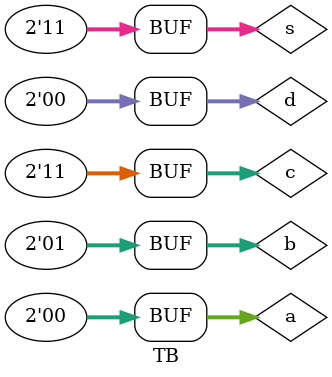
<source format=v>

module TB();

reg [1:0] a,b,c,d,s;
wire [1:0] o;

mux_Case dut(
    .a(a),
    .b(b),
    .c(c),
    .d(d),
    .s(s),
    .o(o)
);

initial begin
    a <= 2'b00;
    b <= 2'b01;
    c <= 2'b11;
    d <= 2'b00;
    #100;
    s <= 2'b00;
    #100;
    s <= 2'b01;
    #100;
    s <= 2'b10;
    #100;
    s <= 2'b11;
    #100;
  end

initial begin
  $dumpfile("dump.vcd");
  $dumpvars(0);
end

endmodule
</source>
